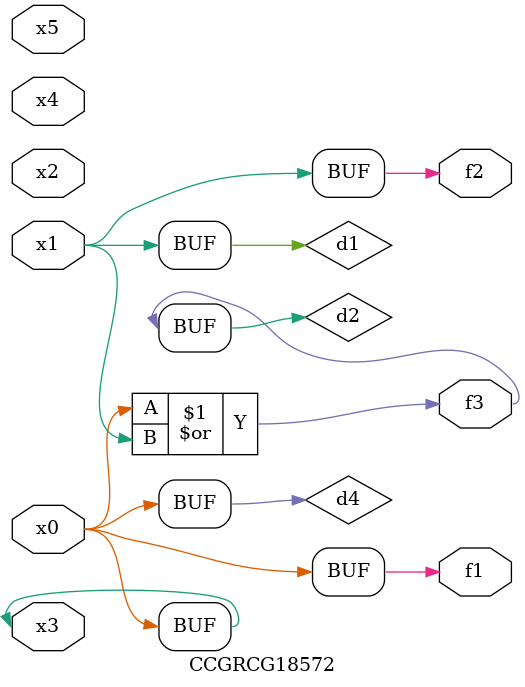
<source format=v>
module CCGRCG18572(
	input x0, x1, x2, x3, x4, x5,
	output f1, f2, f3
);

	wire d1, d2, d3, d4;

	and (d1, x1);
	or (d2, x0, x1);
	nand (d3, x0, x5);
	buf (d4, x0, x3);
	assign f1 = d4;
	assign f2 = d1;
	assign f3 = d2;
endmodule

</source>
